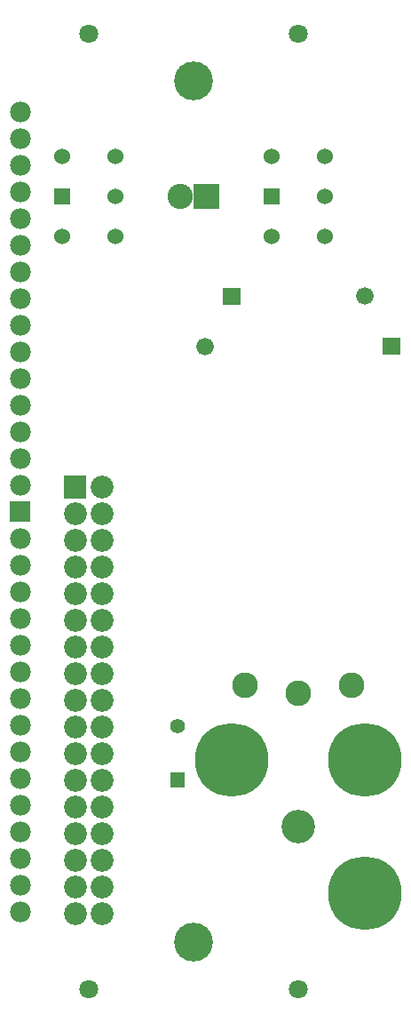
<source format=gbs>
G04 start of page 9 for group -4062 idx -4062 *
G04 Title: 26.002.00.01.01.pcb, soldermask *
G04 Creator: pcb 4.2.2 *
G04 CreationDate: Sat Feb 13 13:51:23 2021 UTC *
G04 For: bert *
G04 Format: Gerber/RS-274X *
G04 PCB-Dimensions (mil): 2440.94 4527.56 *
G04 PCB-Coordinate-Origin: lower left *
%MOIN*%
%FSLAX25Y25*%
%LNGBS*%
%ADD102C,0.0960*%
%ADD101C,0.0560*%
%ADD100C,0.1260*%
%ADD99C,0.0860*%
%ADD98C,0.2760*%
%ADD97C,0.0780*%
%ADD96C,0.0660*%
%ADD95C,0.0950*%
%ADD94C,0.1457*%
%ADD93C,0.0600*%
%ADD92C,0.0001*%
%ADD91C,0.0710*%
G54D91*X70866Y405512D03*
G54D92*G36*
X57867Y347489D02*Y341489D01*
X63867D01*
Y347489D01*
X57867D01*
G37*
G54D93*X60867Y359489D03*
X80867Y344489D03*
Y359489D03*
G54D91*X149606Y405512D03*
G54D94*X110237Y387796D03*
G54D93*X80867Y329489D03*
G54D92*G36*
X136607Y347489D02*Y341489D01*
X142607D01*
Y347489D01*
X136607D01*
G37*
G54D93*X139607Y359489D03*
Y329489D03*
X159607Y344489D03*
Y359489D03*
G54D92*G36*
X110487Y349239D02*Y339739D01*
X119987D01*
Y349239D01*
X110487D01*
G37*
G54D95*X105237Y344489D03*
G54D92*G36*
X121306Y310387D02*Y303787D01*
X127906D01*
Y310387D01*
X121306D01*
G37*
G54D93*X159607Y329489D03*
G54D96*X174606Y307087D03*
G54D92*G36*
X181306Y291686D02*Y285086D01*
X187906D01*
Y291686D01*
X181306D01*
G37*
G54D96*X114606Y288386D03*
G54D93*X60867Y329489D03*
G54D97*X45276Y376378D03*
Y366378D03*
Y356378D03*
Y346378D03*
Y336378D03*
Y326378D03*
Y316378D03*
Y306378D03*
Y296378D03*
Y286378D03*
Y276378D03*
Y266378D03*
Y256378D03*
Y246378D03*
Y236378D03*
G54D92*G36*
X41376Y230278D02*Y222478D01*
X49176D01*
Y230278D01*
X41376D01*
G37*
G54D91*X70866Y47244D03*
X149606D03*
G54D94*X110237Y64961D03*
G54D98*X174607Y83268D03*
G54D99*X75866Y85512D03*
Y75512D03*
G54D97*X45276Y216378D03*
Y206378D03*
Y196378D03*
Y186378D03*
Y176378D03*
Y166378D03*
Y156378D03*
Y146378D03*
Y136378D03*
Y126378D03*
Y116378D03*
Y106378D03*
Y96378D03*
Y86378D03*
Y76378D03*
G54D92*G36*
X61566Y239812D02*Y231212D01*
X70166D01*
Y239812D01*
X61566D01*
G37*
G54D99*X75866Y235512D03*
X65866Y225512D03*
Y215512D03*
Y205512D03*
X75866Y225512D03*
Y215512D03*
Y205512D03*
Y195512D03*
Y185512D03*
Y175512D03*
X65866Y195512D03*
Y185512D03*
Y175512D03*
X75866Y165512D03*
Y155512D03*
X65866Y165512D03*
Y155512D03*
Y145512D03*
Y135512D03*
Y125512D03*
Y115512D03*
Y105512D03*
Y95512D03*
X75866D03*
X65866Y85512D03*
Y75512D03*
G54D100*X149607Y108268D03*
G54D98*X174607Y133268D03*
X124607D03*
G54D92*G36*
X101531Y128627D02*Y123027D01*
X107131D01*
Y128627D01*
X101531D01*
G37*
G54D101*X104331Y145827D03*
G54D99*X75866Y145512D03*
Y135512D03*
Y125512D03*
Y115512D03*
Y105512D03*
G54D102*X169606Y161378D03*
X149606Y158378D03*
X129606Y161378D03*
M02*

</source>
